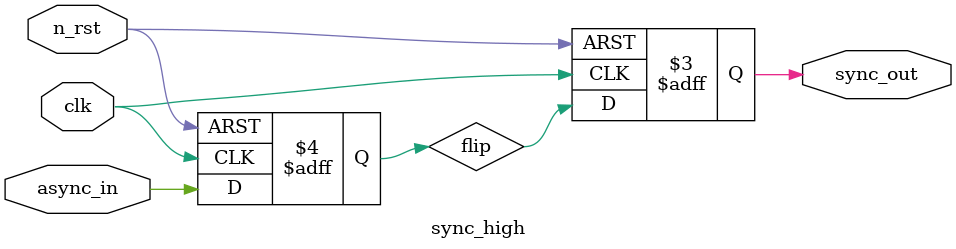
<source format=sv>
module sync_high
(
	input wire clk,
	input wire n_rst,
	input wire async_in,
	output reg sync_out
);
reg flip;

always_ff @ (posedge clk, negedge n_rst)
begin  
if(1'b0 == n_rst)
begin
 flip <= 1;
 sync_out <=1;
end
else
 begin
 flip <= async_in;
sync_out <= flip;
end
end
endmodule
	
</source>
